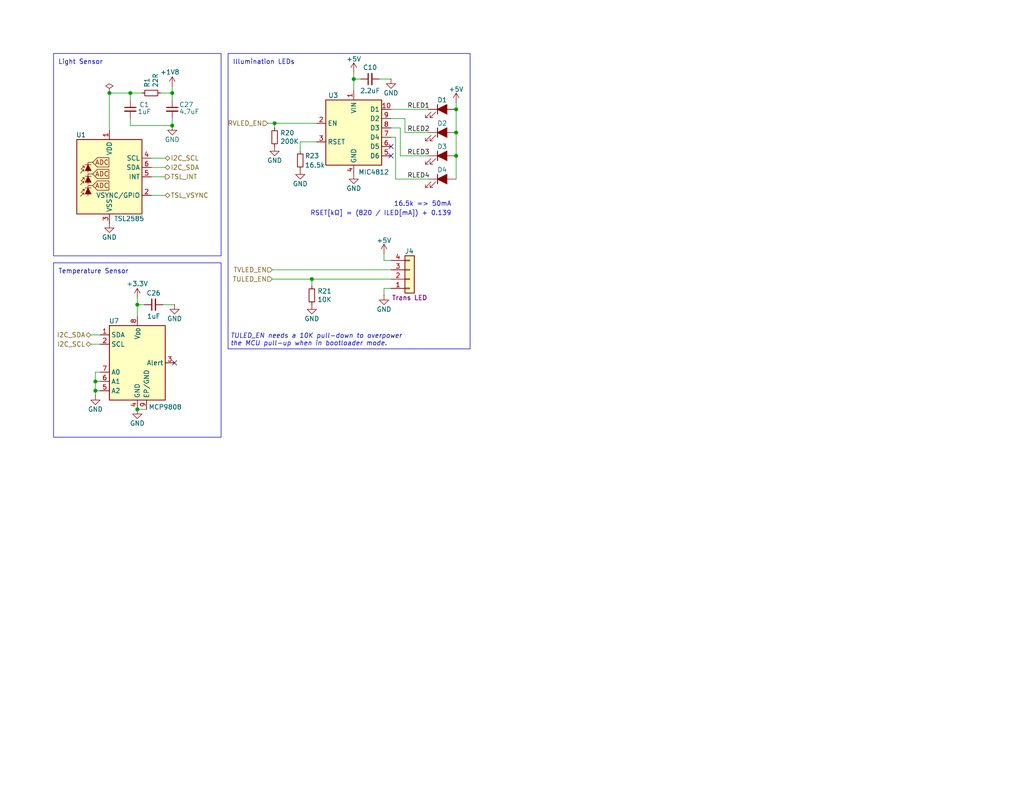
<source format=kicad_sch>
(kicad_sch (version 20231120) (generator "eeschema") (generator_version "8.0")
  (paper "USLetter")
  (title_block (title "Printalyzer UV/VIS Densitometer - Main Board") (date "2024-11-22") (rev "D") (company "Dektronics, Inc.") (comment 1 "Derek Konigsberg <dkonigsberg@dektronics.com>"))
  (lib_symbols
    (symbol "Connector_Generic:Conn_01x04" (pin_names (offset 1.016) hide)
      (property "Reference" "J" (at 0 5.08 0))
      (property "Value" "Conn_01x04" (at 0 -7.62 0))
      (symbol "Conn_01x04_1_1"
        (rectangle (start -1.27 -4.953) (end 0 -5.207) (stroke (width 0.1524)))
        (rectangle (start -1.27 -2.413) (end 0 -2.667) (stroke (width 0.1524)))
        (rectangle (start -1.27 0.127) (end 0 -0.127) (stroke (width 0.1524)))
        (rectangle (start -1.27 2.667) (end 0 2.413) (stroke (width 0.1524)))
        (rectangle (start -1.27 3.81) (end 1.27 -6.35) (stroke (width 0.254)) (fill (type background)))
        (pin passive line (at -5.08 2.54 0) (length 3.81) (name "Pin_1") (number "1"))
        (pin passive line (at -5.08 0 0) (length 3.81) (name "Pin_2") (number "2"))
        (pin passive line (at -5.08 -2.54 0) (length 3.81) (name "Pin_3") (number "3"))
        (pin passive line (at -5.08 -5.08 0) (length 3.81) (name "Pin_4") (number "4"))
      )
    )
    (symbol "Device:C_Small" (pin_numbers hide) (pin_names (offset 0.254) hide)
      (property "Reference" "C" (at 0.254 1.778 0))
      (property "Value" "C_Small" (at 0.254 -2.032 0))
      (symbol "C_Small_0_1"
        (polyline (pts (xy -1.524 -0.508) (xy 1.524 -0.508)) (stroke (width 0.3302)))
        (polyline (pts (xy -1.524 0.508) (xy 1.524 0.508)) (stroke (width 0.3048)))
      )
      (symbol "C_Small_1_1"
        (pin passive line (at 0 2.54 270) (length 2.032) (name "~") (number "1"))
        (pin passive line (at 0 -2.54 90) (length 2.032) (name "~") (number "2"))
      )
    )
    (symbol "Device:LED_Filled" (pin_numbers hide) (pin_names (offset 1.016) hide)
      (property "Reference" "D" (at 0 2.54 0))
      (property "Value" "LED_Filled" (at 0 -2.54 0))
      (symbol "LED_Filled_0_1"
        (polyline (pts (xy -1.27 -1.27) (xy -1.27 1.27)) (stroke (width 0.254)))
        (polyline (pts (xy -1.27 0) (xy 1.27 0)))
        (polyline (pts (xy 1.27 -1.27) (xy 1.27 1.27) (xy -1.27 0) (xy 1.27 -1.27)) (stroke (width 0.254)) (fill (type outline)))
        (polyline (pts (xy -3.048 -0.762) (xy -4.572 -2.286) (xy -3.81 -2.286) (xy -4.572 -2.286) (xy -4.572 -1.524)))
        (polyline (pts (xy -1.778 -0.762) (xy -3.302 -2.286) (xy -2.54 -2.286) (xy -3.302 -2.286) (xy -3.302 -1.524)))
      )
      (symbol "LED_Filled_1_1"
        (pin passive line (at -3.81 0 0) (length 2.54) (name "K") (number "1"))
        (pin passive line (at 3.81 0 180) (length 2.54) (name "A") (number "2"))
      )
    )
    (symbol "Device:R_Small" (pin_numbers hide) (pin_names (offset 0.254) hide)
      (property "Reference" "R" (at 0.762 0.508 0))
      (property "Value" "R_Small" (at 0.762 -1.016 0))
      (symbol "R_Small_0_1"
        (rectangle (start -0.762 1.778) (end 0.762 -1.778) (stroke (width 0.2032)))
      )
      (symbol "R_Small_1_1"
        (pin passive line (at 0 2.54 270) (length 0.762) (name "~") (number "1"))
        (pin passive line (at 0 -2.54 90) (length 0.762) (name "~") (number "2"))
      )
    )
    (symbol "Project:MIC4812"
      (property "Reference" "U" (at -6.35 10.16 0))
      (property "Value" "MIC4812" (at 5.08 10.16 0))
      (symbol "MIC4812_1_1"
        (rectangle (start -7.62 8.89) (end 7.62 -8.89) (stroke (width 0.254)) (fill (type background)))
        (pin power_in line (at 0 11.43 270) (length 2.54) (name "VIN") (number "1"))
        (pin open_collector line (at 10.16 6.35 180) (length 2.54) (name "D1") (number "10"))
        (pin passive line (at 0 -11.43 90) (length 2.54) hide (name "EP") (number "11"))
        (pin input line (at -10.16 2.54 0) (length 2.54) (name "EN") (number "2"))
        (pin passive line (at -10.16 -2.54 0) (length 2.54) (name "RSET") (number "3"))
        (pin power_in line (at 0 -11.43 90) (length 2.54) (name "GND") (number "4"))
        (pin open_collector line (at 10.16 -6.35 180) (length 2.54) (name "D6") (number "5"))
        (pin open_collector line (at 10.16 -3.81 180) (length 2.54) (name "D5") (number "6"))
        (pin open_collector line (at 10.16 -1.27 180) (length 2.54) (name "D4") (number "7"))
        (pin open_collector line (at 10.16 1.27 180) (length 2.54) (name "D3") (number "8"))
        (pin open_collector line (at 10.16 3.81 180) (length 2.54) (name "D2") (number "9"))
      )
    )
    (symbol "Project:TSL2585"
      (property "Reference" "U" (at -8.89 11.43 0))
      (property "Value" "TSL2585" (at 0.635 11.43 0))
      (symbol "TSL2585_0_0"
        (polyline (pts (xy -4.572 -2.413) (xy -3.302 -1.143) (xy -0.127 -1.143) (xy -0.127 -3.683) (xy -3.302 -3.683) (xy -4.572 -2.413)))
        (polyline (pts (xy -4.572 0.762) (xy -3.302 2.032) (xy -0.127 2.032) (xy -0.127 -0.508) (xy -3.302 -0.508) (xy -4.572 0.762)))
        (polyline (pts (xy -4.572 3.937) (xy -3.302 5.207) (xy -0.127 5.207) (xy -0.127 2.667) (xy -3.302 2.667) (xy -4.572 3.937)))
        (text "ADC" (at -2.032 -2.413 0) (effects (font (size 1.27 1.27))))
        (text "ADC" (at -2.032 0.762 0) (effects (font (size 1.27 1.27))))
        (text "ADC" (at -2.032 3.937 0) (effects (font (size 1.27 1.27))))
      )
      (symbol "TSL2585_0_1"
        (rectangle (start -8.89 10.16) (end 8.89 -10.16) (stroke (width 0.254)) (fill (type background)))
      )
      (symbol "TSL2585_1_0"
        (polyline (pts (xy -5.842 -5.207) (xy -5.842 -2.413) (xy -4.572 -2.413)))
        (polyline (pts (xy -5.842 -2.032) (xy -5.842 0.762) (xy -4.572 0.762)))
        (polyline (pts (xy -5.842 1.143) (xy -5.842 3.937) (xy -4.572 3.937)))
      )
      (symbol "TSL2585_1_1"
        (polyline (pts (xy -6.985 -4.445) (xy -7.874 -5.334)))
        (polyline (pts (xy -6.985 -4.445) (xy -7.493 -4.445)))
        (polyline (pts (xy -6.985 -4.445) (xy -6.985 -4.953)))
        (polyline (pts (xy -6.985 -1.27) (xy -7.874 -2.159)))
        (polyline (pts (xy -6.985 -1.27) (xy -7.493 -1.27)))
        (polyline (pts (xy -6.985 -1.27) (xy -6.985 -1.778)))
        (polyline (pts (xy -6.985 1.905) (xy -7.874 1.016)))
        (polyline (pts (xy -6.985 1.905) (xy -7.493 1.905)))
        (polyline (pts (xy -6.985 1.905) (xy -6.985 1.397)))
        (polyline (pts (xy -6.858 -3.429) (xy -7.747 -4.318)))
        (polyline (pts (xy -6.858 -3.429) (xy -7.366 -3.429)))
        (polyline (pts (xy -6.858 -3.429) (xy -6.858 -3.937)))
        (polyline (pts (xy -6.858 -0.254) (xy -7.747 -1.143)))
        (polyline (pts (xy -6.858 -0.254) (xy -7.366 -0.254)))
        (polyline (pts (xy -6.858 -0.254) (xy -6.858 -0.762)))
        (polyline (pts (xy -6.858 2.921) (xy -7.747 2.032)))
        (polyline (pts (xy -6.858 2.921) (xy -7.366 2.921)))
        (polyline (pts (xy -6.858 2.921) (xy -6.858 2.413)))
        (polyline (pts (xy -6.604 -3.048) (xy -4.953 -3.048)))
        (polyline (pts (xy -6.604 0.127) (xy -4.953 0.127)))
        (polyline (pts (xy -6.604 3.302) (xy -4.953 3.302)))
        (polyline (pts (xy -6.604 -4.699) (xy -4.953 -4.699) (xy -5.842 -3.048) (xy -6.604 -4.699)) (fill (type outline)))
        (polyline (pts (xy -6.604 -1.524) (xy -4.953 -1.524) (xy -5.842 0.127) (xy -6.604 -1.524)) (fill (type outline)))
        (polyline (pts (xy -6.604 1.651) (xy -4.953 1.651) (xy -5.842 3.302) (xy -6.604 1.651)) (fill (type outline)))
        (pin power_in line (at 0 12.7 270) (length 2.54) (name "VDD") (number "1"))
        (pin bidirectional line (at 11.43 -5.08 180) (length 2.54) (name "VSYNC/GPIO") (number "2"))
        (pin power_in line (at 0 -12.7 90) (length 2.54) (name "VSS") (number "3"))
        (pin input line (at 11.43 5.08 180) (length 2.54) (name "SCL") (number "4"))
        (pin open_collector line (at 11.43 0 180) (length 2.54) (name "INT") (number "5"))
        (pin bidirectional line (at 11.43 2.54 180) (length 2.54) (name "SDA") (number "6"))
      )
    )
    (symbol "Sensor_Temperature:MCP9808_DFN"
      (property "Reference" "U" (at -6.35 11.43 0))
      (property "Value" "MCP9808_DFN" (at 10.16 11.43 0))
      (symbol "MCP9808_DFN_0_1"
        (rectangle (start -7.62 10.16) (end 7.62 -10.16) (stroke (width 0.254)) (fill (type background)))
      )
      (symbol "MCP9808_DFN_1_1"
        (pin bidirectional line (at -10.16 7.62 0) (length 2.54) (name "SDA") (number "1"))
        (pin input line (at -10.16 5.08 0) (length 2.54) (name "SCL") (number "2"))
        (pin output line (at 10.16 0 180) (length 2.54) (name "Alert") (number "3"))
        (pin power_in line (at 0 -12.7 90) (length 2.54) (name "GND") (number "4"))
        (pin input line (at -10.16 -7.62 0) (length 2.54) (name "A2") (number "5"))
        (pin input line (at -10.16 -5.08 0) (length 2.54) (name "A1") (number "6"))
        (pin input line (at -10.16 -2.54 0) (length 2.54) (name "A0") (number "7"))
        (pin power_in line (at 0 12.7 270) (length 2.54) (name "V_{DD}") (number "8"))
        (pin power_in line (at 2.54 -12.7 90) (length 2.54) (name "EP/GND") (number "9"))
      )
    )
    (symbol "power:+1V8" (power) (pin_numbers hide) (pin_names (offset 0) hide)
      (property "Value" "+1V8" (at 0 3.556 0))
      (symbol "+1V8_0_1"
        (polyline (pts (xy -0.762 1.27) (xy 0 2.54)))
        (polyline (pts (xy 0 0) (xy 0 2.54)))
        (polyline (pts (xy 0 2.54) (xy 0.762 1.27)))
      )
      (symbol "+1V8_1_1"
        (pin power_in line (at 0 0 90) (length 0) (name "~") (number "1"))
      )
    )
    (symbol "power:+3.3V" (power) (pin_numbers hide) (pin_names (offset 0) hide)
      (property "Value" "+3.3V" (at 0 3.556 0))
      (symbol "+3.3V_0_1"
        (polyline (pts (xy -0.762 1.27) (xy 0 2.54)))
        (polyline (pts (xy 0 0) (xy 0 2.54)))
        (polyline (pts (xy 0 2.54) (xy 0.762 1.27)))
      )
      (symbol "+3.3V_1_1"
        (pin power_in line (at 0 0 90) (length 0) (name "~") (number "1"))
      )
    )
    (symbol "power:+5V" (power) (pin_numbers hide) (pin_names (offset 0) hide)
      (property "Value" "+5V" (at 0 3.556 0))
      (symbol "+5V_0_1"
        (polyline (pts (xy -0.762 1.27) (xy 0 2.54)))
        (polyline (pts (xy 0 0) (xy 0 2.54)))
        (polyline (pts (xy 0 2.54) (xy 0.762 1.27)))
      )
      (symbol "+5V_1_1"
        (pin power_in line (at 0 0 90) (length 0) (name "~") (number "1"))
      )
    )
    (symbol "power:GND" (power) (pin_numbers hide) (pin_names (offset 0) hide)
      (property "Value" "GND" (at 0 -3.81 0))
      (symbol "GND_0_1"
        (polyline (pts (xy 0 0) (xy 0 -1.27) (xy 1.27 -1.27) (xy 0 -2.54) (xy -1.27 -1.27) (xy 0 -1.27)))
      )
      (symbol "GND_1_1"
        (pin power_in line (at 0 0 270) (length 0) (name "~") (number "1"))
      )
    )
    (symbol "power:PWR_FLAG" (power) (pin_numbers hide) (pin_names (offset 0) hide)
      (property "Value" "PWR_FLAG" (at 0 3.81 0))
      (symbol "PWR_FLAG_0_0"
        (pin power_out line (at 0 0 90) (length 0) (name "~") (number "1"))
      )
      (symbol "PWR_FLAG_0_1"
        (polyline (pts (xy 0 0) (xy 0 1.27) (xy -1.016 1.905) (xy 0 2.54) (xy 1.016 1.905) (xy 0 1.27)))
      )
    )
  )
  (junction (at 96.52 21.59))
  (junction (at 29.845 25.4))
  (junction (at 124.46 36.195))
  (junction (at 74.93 33.655))
  (junction (at 37.465 111.76))
  (junction (at 37.465 83.185))
  (junction (at 85.09 76.2))
  (junction (at 26.035 104.14))
  (junction (at 124.46 29.845))
  (junction (at 46.99 25.4))
  (junction (at 26.035 106.68))
  (junction (at 35.56 25.4))
  (junction (at 46.99 34.29))
  (junction (at 124.46 42.545))
  (no_connect (at 106.68 40.005))
  (no_connect (at 106.68 42.545))
  (no_connect (at 47.625 99.06))
  (wire (pts (xy 35.56 25.4) (xy 29.845 25.4)))
  (wire (pts (xy 26.035 104.14) (xy 26.035 106.68)))
  (wire (pts (xy 44.45 83.185) (xy 47.625 83.185)))
  (wire (pts (xy 74.295 76.2) (xy 85.09 76.2)))
  (wire (pts (xy 37.465 111.76) (xy 40.005 111.76)))
  (wire (pts (xy 109.22 34.925) (xy 106.68 34.925)))
  (wire (pts (xy 46.99 32.385) (xy 46.99 34.29)))
  (wire (pts (xy 74.93 33.655) (xy 74.93 34.925)))
  (wire (pts (xy 81.915 38.735) (xy 81.915 41.275)))
  (wire (pts (xy 74.93 33.655) (xy 86.36 33.655)))
  (wire (pts (xy 124.46 42.545) (xy 124.46 36.195)))
  (wire (pts (xy 109.22 42.545) (xy 109.22 34.925)))
  (wire (pts (xy 106.68 78.74) (xy 104.775 78.74)))
  (wire (pts (xy 46.99 25.4) (xy 46.99 27.305)))
  (wire (pts (xy 85.09 76.2) (xy 106.68 76.2)))
  (wire (pts (xy 37.465 83.185) (xy 39.37 83.185)))
  (wire (pts (xy 24.765 93.98) (xy 27.305 93.98)))
  (wire (pts (xy 124.46 48.895) (xy 124.46 42.545)))
  (wire (pts (xy 116.84 42.545) (xy 109.22 42.545)))
  (wire (pts (xy 35.56 32.385) (xy 35.56 34.29)))
  (wire (pts (xy 24.765 91.44) (xy 27.305 91.44)))
  (wire (pts (xy 26.035 104.14) (xy 27.305 104.14)))
  (wire (pts (xy 103.505 21.59) (xy 106.68 21.59)))
  (wire (pts (xy 26.035 106.68) (xy 26.035 107.95)))
  (wire (pts (xy 85.09 76.2) (xy 85.09 78.105)))
  (wire (pts (xy 37.465 83.185) (xy 37.465 86.36)))
  (wire (pts (xy 106.68 71.12) (xy 104.775 71.12)))
  (wire (pts (xy 41.275 53.34) (xy 45.085 53.34)))
  (wire (pts (xy 35.56 34.29) (xy 46.99 34.29)))
  (wire (pts (xy 104.775 78.74) (xy 104.775 80.645)))
  (wire (pts (xy 46.99 23.495) (xy 46.99 25.4)))
  (wire (pts (xy 38.735 25.4) (xy 35.56 25.4)))
  (wire (pts (xy 116.84 36.195) (xy 110.49 36.195)))
  (wire (pts (xy 73.025 33.655) (xy 74.93 33.655)))
  (wire (pts (xy 104.775 69.215) (xy 104.775 71.12)))
  (wire (pts (xy 107.95 48.895) (xy 107.95 37.465)))
  (wire (pts (xy 26.035 101.6) (xy 26.035 104.14)))
  (wire (pts (xy 96.52 19.685) (xy 96.52 21.59)))
  (wire (pts (xy 26.035 106.68) (xy 27.305 106.68)))
  (wire (pts (xy 107.95 37.465) (xy 106.68 37.465)))
  (wire (pts (xy 41.275 48.26) (xy 45.085 48.26)))
  (wire (pts (xy 41.275 43.18) (xy 45.085 43.18)))
  (wire (pts (xy 124.46 36.195) (xy 124.46 29.845)))
  (wire (pts (xy 124.46 27.94) (xy 124.46 29.845)))
  (wire (pts (xy 110.49 36.195) (xy 110.49 32.385)))
  (wire (pts (xy 37.465 81.28) (xy 37.465 83.185)))
  (wire (pts (xy 27.305 101.6) (xy 26.035 101.6)))
  (wire (pts (xy 106.68 29.845) (xy 116.84 29.845)))
  (wire (pts (xy 35.56 25.4) (xy 35.56 27.305)))
  (wire (pts (xy 43.815 25.4) (xy 46.99 25.4)))
  (wire (pts (xy 29.845 25.4) (xy 29.845 35.56)))
  (wire (pts (xy 41.275 45.72) (xy 45.085 45.72)))
  (wire (pts (xy 116.84 48.895) (xy 107.95 48.895)))
  (wire (pts (xy 106.68 32.385) (xy 110.49 32.385)))
  (wire (pts (xy 74.295 73.66) (xy 106.68 73.66)))
  (wire (pts (xy 96.52 21.59) (xy 98.425 21.59)))
  (wire (pts (xy 86.36 38.735) (xy 81.915 38.735)))
  (wire (pts (xy 96.52 21.59) (xy 96.52 24.765)))
  (rectangle (start 14.605 71.755) (end 60.325 119.38))
  (rectangle (start 62.23 14.605) (end 128.27 95.25))
  (rectangle (start 14.605 14.605) (end 60.325 69.85))
  (text "Light Sensor" (at 15.875 17.78 0) (effects (font (size 1.27 1.27)) (justify left bottom)))
  (text "16.5k => 50mA" (at 123.19 56.515 0) (effects (font (size 1.27 1.27)) (justify right bottom)))
  (text "Illumination LEDs" (at 63.5 17.78 0) (effects (font (size 1.27 1.27)) (justify left bottom)))
  (text "Temperature Sensor" (at 15.875 74.93 0) (effects (font (size 1.27 1.27)) (justify left bottom)))
  (text "RSET[kΩ] = (820 / ILED[mA]) + 0.139" (at 123.19 59.055 0) (effects (font (size 1.27 1.27)) (justify right bottom)))
  (text "TULED_EN needs a 10K pull-down to overpower\nthe MCU pull-up when in bootloader mode." (at 62.865 94.615 0) (effects (font (size 1.27 1.27) (italic yes)) (justify left bottom)))
  (label "RLED4" (at 111.125 48.895 0))
  (label "RLED3" (at 111.125 42.545 0))
  (label "RLED1" (at 111.125 29.845 0))
  (label "RLED2" (at 111.125 36.195 0))
  (hierarchical_label "I2C_SDA" (shape bidirectional) (at 45.085 45.72 0))
  (hierarchical_label "I2C_SDA" (shape bidirectional) (at 24.765 91.44 180))
  (hierarchical_label "TULED_EN" (shape input) (at 74.295 76.2 180))
  (hierarchical_label "I2C_SCL" (shape bidirectional) (at 24.765 93.98 180))
  (hierarchical_label "TSL_INT" (shape output) (at 45.085 48.26 0))
  (hierarchical_label "RVLED_EN" (shape input) (at 73.025 33.655 180))
  (hierarchical_label "I2C_SCL" (shape bidirectional) (at 45.085 43.18 0))
  (hierarchical_label "TVLED_EN" (shape input) (at 74.295 73.66 180))
  (hierarchical_label "TSL_VSYNC" (shape bidirectional) (at 45.085 53.34 0))
  (symbol (lib_id "Device:R_Small") (at 74.93 37.465 0) (unit 1)
    (property "Reference" "R20" (at 76.4286 36.2966 0) (effects (justify left)))
    (property "Value" "200K" (at 76.4286 38.608 0) (effects (justify left)))
    (property "Footprint" "Resistor_SMD:R_0603_1608Metric" (effects (hide yes)))
    (property "Datasheet" "https://www.te.com/commerce/DocumentDelivery/DDEController?Action=srchrtrv&DocNm=1773200&DocType=DS&DocLang=English" (effects (hide yes)))
    (property "Description" "RES SMD 200K OHM 1% 1/16W 0603" (effects (hide yes)))
    (property "Manufacturer" "TE Connectivity" (effects (hide yes)))
    (property "Manufacturer PN" "CPF0603F200KC1" (effects (hide yes)))
    (property "Supplier" "Digi-Key" (effects (hide yes)))
    (property "Supplier PN" "A102235CT-ND" (effects (hide yes)))
  )
  (symbol (lib_id "power:GND") (at 47.625 83.185 0) (unit 1)
    (property "Reference" "#PWR037" (effects (hide yes)))
    (property "Value" "GND" (at 47.625 86.995 0))
    (property "Description" "Power symbol creates a global label with name \"GND\" , ground" (effects (hide yes)))
  )
  (symbol (lib_id "Device:R_Small") (at 85.09 80.645 0) (unit 1)
    (property "Reference" "R21" (at 86.5886 79.4766 0) (effects (justify left)))
    (property "Value" "10K" (at 86.5886 81.788 0) (effects (justify left)))
    (property "Footprint" "Resistor_SMD:R_0603_1608Metric" (effects (hide yes)))
    (property "Datasheet" "https://datasheet.lcsc.com/lcsc/1811081617_YAGEO-RC0603JR-0710KL_C99198.pdf" (effects (hide yes)))
    (property "Description" "RES SMD 10K OHM 5% 1/10W 0603" (effects (hide yes)))
    (property "Manufacturer" "Yaego" (effects (hide yes)))
    (property "Manufacturer PN" "RC0603JR-0710KL" (effects (hide yes)))
    (property "Supplier" "LCSC" (effects (hide yes)))
    (property "Supplier PN" "C99198" (effects (hide yes)))
  )
  (symbol (lib_id "power:GND") (at 106.68 21.59 0) (unit 1)
    (property "Reference" "#PWR017" (effects (hide yes)))
    (property "Value" "GND" (at 106.68 25.4 0))
    (property "Description" "Power symbol creates a global label with name \"GND\" , ground" (effects (hide yes)))
  )
  (symbol (lib_id "power:GND") (at 46.99 34.29 0) (unit 1)
    (property "Reference" "#PWR025" (effects (hide yes)))
    (property "Value" "GND" (at 46.99 38.1 0))
    (property "Description" "Power symbol creates a global label with name \"GND\" , ground" (effects (hide yes)))
  )
  (symbol (lib_id "power:+5V") (at 104.775 69.215 0) (unit 1)
    (property "Reference" "#PWR031" (effects (hide yes)))
    (property "Value" "+5V" (at 104.775 65.659 0))
    (property "Description" "Power symbol creates a global label with name \"+5V\"" (effects (hide yes)))
  )
  (symbol (lib_id "Device:C_Small") (at 46.99 29.845 0) (unit 1)
    (property "Reference" "C27" (at 48.895 28.575 0) (effects (justify left)))
    (property "Value" "4.7uF" (at 48.895 30.48 0) (effects (justify left)))
    (property "Footprint" "Capacitor_SMD:C_0402_1005Metric" (effects (hide yes)))
    (property "Datasheet" "https://media.digikey.com/pdf/Data%20Sheets/Samsung%20PDFs/CL05A475KQ5NRNC_Spec.pdf" (effects (hide yes)))
    (property "Description" "CAP CER 4.7UF 6.3V X5R 0402" (effects (hide yes)))
    (property "Manufacturer" "Samsung Electro-Mechanics" (effects (hide yes)))
    (property "Manufacturer PN" "CL05A475KQ5NRNC" (effects (hide yes)))
    (property "Supplier" "Digi-Key" (effects (hide yes)))
    (property "Supplier PN" "1276-1481-1-ND" (effects (hide yes)))
  )
  (symbol (lib_id "power:GND") (at 37.465 111.76 0) (unit 1)
    (property "Reference" "#PWR040" (effects (hide yes)))
    (property "Value" "GND" (at 37.465 115.57 0))
    (property "Description" "Power symbol creates a global label with name \"GND\" , ground" (effects (hide yes)))
  )
  (symbol (lib_id "Device:LED_Filled") (at 120.65 42.545 0) (unit 1)
    (property "Reference" "D3" (at 120.65 40.005 0))
    (property "Value" "LED" (effects (hide yes)))
    (property "Footprint" "lib_fp:SunLike_LED_S1S0" (effects (hide yes)))
    (property "Datasheet" "http://www.seoulsemicon.com/en/product/document/4727" (effects (hide yes)))
    (property "Description" "SUNLIKE STWSC2PB-E0, 3000K" (effects (hide yes)))
    (property "Manufacturer" "Seoul Semiconductor Inc." (effects (hide yes)))
    (property "Manufacturer PN" "S1S0-3030309503-0000003S-0P001" (effects (hide yes)))
    (property "Supplier" "Digi-Key" (effects (hide yes)))
    (property "Supplier PN" "897-S1S0-3030309503-0000003S-0P001CT-ND" (effects (hide yes)))
  )
  (symbol (lib_id "Device:LED_Filled") (at 120.65 48.895 0) (unit 1)
    (property "Reference" "D4" (at 120.65 46.355 0))
    (property "Value" "LED" (effects (hide yes)))
    (property "Footprint" "lib_fp:SunLike_LED_S1S0" (effects (hide yes)))
    (property "Datasheet" "http://www.seoulsemicon.com/en/product/document/4727" (effects (hide yes)))
    (property "Description" "SUNLIKE STWSC2PB-E0, 3000K" (effects (hide yes)))
    (property "Manufacturer" "Seoul Semiconductor Inc." (effects (hide yes)))
    (property "Manufacturer PN" "S1S0-3030309503-0000003S-0P001" (effects (hide yes)))
    (property "Supplier" "Digi-Key" (effects (hide yes)))
    (property "Supplier PN" "897-S1S0-3030309503-0000003S-0P001CT-ND" (effects (hide yes)))
  )
  (symbol (lib_id "power:GND") (at 104.775 80.645 0) (unit 1)
    (property "Reference" "#PWR035" (effects (hide yes)))
    (property "Value" "GND" (at 104.775 84.455 0))
    (property "Description" "Power symbol creates a global label with name \"GND\" , ground" (effects (hide yes)))
  )
  (symbol (lib_id "Project:TSL2585") (at 29.845 48.26 0) (unit 1)
    (property "Reference" "U1" (at 23.495 36.83 0) (effects (justify right)))
    (property "Value" "TSL2585" (at 39.37 59.69 0) (effects (justify right)))
    (property "Footprint" "lib_fp:AMS_TSL2585_OLGA-6_2x1mm_P0.65mm" (effects (hide yes)))
    (property "Datasheet" "https://ams.com/documents/20143/6148289/TSL2585_DS001043_4-00.pdf" (effects (hide yes)))
    (property "Description" "AMBIENT LIGHT SENSOR" (effects (hide yes)))
    (property "Manufacturer" "ams OSRAM" (effects (hide yes)))
    (property "Manufacturer PN" "TSL25853PM" (effects (hide yes)))
    (property "Supplier" "Digi-Key" (effects (hide yes)))
    (property "Supplier PN" "4991-TSL25853PMCT-ND" (effects (hide yes)))
  )
  (symbol (lib_id "Connector_Generic:Conn_01x04") (at 111.76 76.2 0) (mirror x) (unit 1)
    (property "Reference" "J4" (at 110.49 68.58 0) (effects (justify left)))
    (property "Value" "Conn_01x04" (effects (hide yes)))
    (property "Footprint" "Connector_JST:JST_SH_BM04B-SRSS-TB_1x04-1MP_P1.00mm_Vertical" (effects (hide yes)))
    (property "Datasheet" "http://www.jst-mfg.com/product/pdf/eng/ePH.pdf" (effects (hide yes)))
    (property "Description" "CONN HEADER SMD 2POS 1MM" (effects (hide yes)))
    (property "Manufacturer" "JST Sales America Inc." (effects (hide yes)))
    (property "Manufacturer PN" "BM04B-SRSS-TB(LF)(SN)" (effects (hide yes)))
    (property "Supplier" "Digi-Key" (effects (hide yes)))
    (property "Supplier PN" "455-BM04B-SRSS-TBCT-ND" (effects (hide yes)))
    (property "User Label" "Trans LED" (at 111.76 81.28 0))
  )
  (symbol (lib_id "power:GND") (at 26.035 107.95 0) (unit 1)
    (property "Reference" "#PWR039" (effects (hide yes)))
    (property "Value" "GND" (at 26.035 111.76 0))
    (property "Description" "Power symbol creates a global label with name \"GND\" , ground" (effects (hide yes)))
  )
  (symbol (lib_id "power:GND") (at 85.09 83.185 0) (unit 1)
    (property "Reference" "#PWR038" (effects (hide yes)))
    (property "Value" "GND" (at 85.09 86.995 0))
    (property "Description" "Power symbol creates a global label with name \"GND\" , ground" (effects (hide yes)))
  )
  (symbol (lib_id "Device:C_Small") (at 35.56 29.845 0) (unit 1)
    (property "Reference" "C1" (at 39.37 28.575 0))
    (property "Value" "1uF" (at 39.37 30.48 0))
    (property "Footprint" "Capacitor_SMD:C_0402_1005Metric" (effects (hide yes)))
    (property "Datasheet" "https://media.digikey.com/pdf/Data%20Sheets/Samsung%20PDFs/CL05A105KQ5NNNC_Spec.pdf" (effects (hide yes)))
    (property "Description" "CAP CER 1UF 6.3V X5R 0402" (effects (hide yes)))
    (property "Manufacturer" "Samsung Electro-Mechanics" (effects (hide yes)))
    (property "Manufacturer PN" "CL05A105KQ5NNNC" (effects (hide yes)))
    (property "Supplier" "LCSC" (effects (hide yes)))
    (property "Supplier PN" "C107372" (effects (hide yes)))
  )
  (symbol (lib_id "power:+5V") (at 124.46 27.94 0) (unit 1)
    (property "Reference" "#PWR024" (effects (hide yes)))
    (property "Value" "+5V" (at 124.46 24.384 0))
    (property "Description" "Power symbol creates a global label with name \"+5V\"" (effects (hide yes)))
  )
  (symbol (lib_id "power:GND") (at 96.52 47.625 0) (unit 1)
    (property "Reference" "#PWR029" (effects (hide yes)))
    (property "Value" "GND" (at 96.52 51.435 0))
    (property "Description" "Power symbol creates a global label with name \"GND\" , ground" (effects (hide yes)))
  )
  (symbol (lib_id "power:GND") (at 74.93 40.005 0) (unit 1)
    (property "Reference" "#PWR027" (effects (hide yes)))
    (property "Value" "GND" (at 74.93 43.815 0))
    (property "Description" "Power symbol creates a global label with name \"GND\" , ground" (effects (hide yes)))
  )
  (symbol (lib_id "power:+1V8") (at 46.99 23.495 0) (unit 1)
    (property "Reference" "#PWR020" (effects (hide yes)))
    (property "Value" "+1V8" (at 46.355 19.685 0))
    (property "Description" "Power symbol creates a global label with name \"+1V8\"" (effects (hide yes)))
  )
  (symbol (lib_id "power:GND") (at 81.915 46.355 0) (unit 1)
    (property "Reference" "#PWR028" (effects (hide yes)))
    (property "Value" "GND" (at 81.915 50.165 0))
    (property "Description" "Power symbol creates a global label with name \"GND\" , ground" (effects (hide yes)))
  )
  (symbol (lib_id "Device:R_Small") (at 81.915 43.815 0) (unit 1)
    (property "Reference" "R23" (at 83.185 42.545 0) (effects (justify left)))
    (property "Value" "16.5k" (at 83.185 45.085 0) (effects (justify left)))
    (property "Footprint" "Resistor_SMD:R_0603_1608Metric" (effects (hide yes)))
    (property "Datasheet" "https://www.te.com/commerce/DocumentDelivery/DDEController?Action=srchrtrv&DocNm=1773200&DocType=DS&DocLang=English" (effects (hide yes)))
    (property "Description" "RES SMD 16.5K OHM 1% 1/16W 0603" (effects (hide yes)))
    (property "Manufacturer" "TE Connectivity Passive Product" (effects (hide yes)))
    (property "Manufacturer PN" "CPF0603F16K5C1" (effects (hide yes)))
    (property "Supplier" "Digi-Key" (effects (hide yes)))
    (property "Supplier PN" "A102224CT-ND" (effects (hide yes)))
  )
  (symbol (lib_id "Device:C_Small") (at 100.965 21.59 90) (unit 1)
    (property "Reference" "C10" (at 100.965 18.415 90))
    (property "Value" "2.2uF" (at 100.965 24.765 90))
    (property "Footprint" "Capacitor_SMD:C_0603_1608Metric" (effects (hide yes)))
    (property "Datasheet" "https://media.digikey.com/pdf/Data%20Sheets/Samsung%20PDFs/CL10B225KP8NNNC_Spec.pdf" (effects (hide yes)))
    (property "Description" "CAP CER 2.2UF 10V X7R 0603" (effects (hide yes)))
    (property "Manufacturer" "Samsung Electro-Mechanics" (effects (hide yes)))
    (property "Manufacturer PN" "CL10B225KP8NNNC" (effects (hide yes)))
    (property "Supplier" "LCSC" (effects (hide yes)))
    (property "Supplier PN" "C100082" (effects (hide yes)))
  )
  (symbol (lib_id "power:PWR_FLAG") (at 29.845 25.4 0) (unit 1)
    (property "Reference" "#FLG01" (effects (hide yes)))
    (property "Value" "PWR_FLAG" (effects (hide yes)))
    (property "Description" "Special symbol for telling ERC where power comes from" (effects (hide yes)))
  )
  (symbol (lib_id "Project:MIC4812") (at 96.52 36.195 0) (unit 1)
    (property "Reference" "U3" (at 89.535 26.035 0) (effects (justify left)))
    (property "Value" "MIC4812" (at 97.79 46.99 0) (effects (justify left)))
    (property "Footprint" "lib_fp:Micrel_MSOP-10-1EP_3x3mm_P0.5mm_EP1.73x1.7mm_ThermalVias" (effects (hide yes)))
    (property "Datasheet" "https://ww1.microchip.com/downloads/en/DeviceDoc/mic4812.pdf" (effects (hide yes)))
    (property "Description" "IC LED DRVR LIN PWM 100MA 10MSOP" (effects (hide yes)))
    (property "Manufacturer" "Microchip Technology" (effects (hide yes)))
    (property "Manufacturer PN" "MIC4812YMME" (effects (hide yes)))
    (property "Supplier" "Mouser" (effects (hide yes)))
    (property "Supplier PN" "998-MIC4812YMME" (effects (hide yes)))
  )
  (symbol (lib_id "power:GND") (at 29.845 60.96 0) (unit 1)
    (property "Reference" "#PWR030" (effects (hide yes)))
    (property "Value" "GND" (at 29.845 64.77 0))
    (property "Description" "Power symbol creates a global label with name \"GND\" , ground" (effects (hide yes)))
  )
  (symbol (lib_id "Device:LED_Filled") (at 120.65 29.845 0) (unit 1)
    (property "Reference" "D1" (at 120.65 27.305 0))
    (property "Value" "LED" (effects (hide yes)))
    (property "Footprint" "lib_fp:SunLike_LED_S1S0" (effects (hide yes)))
    (property "Datasheet" "http://www.seoulsemicon.com/en/product/document/4727" (effects (hide yes)))
    (property "Description" "SUNLIKE STWSC2PB-E0, 3000K" (effects (hide yes)))
    (property "Manufacturer" "Seoul Semiconductor Inc." (effects (hide yes)))
    (property "Manufacturer PN" "S1S0-3030309503-0000003S-0P001" (effects (hide yes)))
    (property "Supplier" "Digi-Key" (effects (hide yes)))
    (property "Supplier PN" "897-S1S0-3030309503-0000003S-0P001CT-ND" (effects (hide yes)))
  )
  (symbol (lib_id "Device:LED_Filled") (at 120.65 36.195 0) (unit 1)
    (property "Reference" "D2" (at 120.65 33.655 0))
    (property "Value" "LED" (effects (hide yes)))
    (property "Footprint" "lib_fp:SunLike_LED_S1S0" (effects (hide yes)))
    (property "Datasheet" "http://www.seoulsemicon.com/en/product/document/4727" (effects (hide yes)))
    (property "Description" "SUNLIKE STWSC2PB-E0, 3000K" (effects (hide yes)))
    (property "Manufacturer" "Seoul Semiconductor Inc." (effects (hide yes)))
    (property "Manufacturer PN" "S1S0-3030309503-0000003S-0P001" (effects (hide yes)))
    (property "Supplier" "Digi-Key" (effects (hide yes)))
    (property "Supplier PN" "897-S1S0-3030309503-0000003S-0P001CT-ND" (effects (hide yes)))
  )
  (symbol (lib_id "power:+3.3V") (at 37.465 81.28 0) (unit 1)
    (property "Reference" "#PWR036" (effects (hide yes)))
    (property "Value" "+3.3V" (at 37.465 77.47 0))
    (property "Description" "Power symbol creates a global label with name \"+3.3V\"" (effects (hide yes)))
  )
  (symbol (lib_id "Device:C_Small") (at 41.91 83.185 90) (unit 1)
    (property "Reference" "C26" (at 41.91 80.01 90))
    (property "Value" "1uF" (at 41.91 86.36 90))
    (property "Footprint" "Capacitor_SMD:C_0402_1005Metric" (effects (hide yes)))
    (property "Datasheet" "https://media.digikey.com/pdf/Data%20Sheets/Samsung%20PDFs/CL05A105KQ5NNNC_Spec.pdf" (effects (hide yes)))
    (property "Description" "CAP CER 1UF 6.3V X5R 0402" (effects (hide yes)))
    (property "Manufacturer" "Samsung Electro-Mechanics" (effects (hide yes)))
    (property "Manufacturer PN" "CL05A105KQ5NNNC" (effects (hide yes)))
    (property "Supplier" "LCSC" (effects (hide yes)))
    (property "Supplier PN" "C107372" (effects (hide yes)))
  )
  (symbol (lib_id "power:+5V") (at 96.52 19.685 0) (unit 1)
    (property "Reference" "#PWR013" (effects (hide yes)))
    (property "Value" "+5V" (at 96.52 16.129 0))
    (property "Description" "Power symbol creates a global label with name \"+5V\"" (effects (hide yes)))
  )
  (symbol (lib_id "Sensor_Temperature:MCP9808_DFN") (at 37.465 99.06 0) (unit 1)
    (property "Reference" "U7" (at 31.115 87.63 0))
    (property "Value" "MCP9808" (at 45.085 111.125 0))
    (property "Footprint" "Package_DFN_QFN:DFN-8-1EP_3x2mm_P0.5mm_EP1.7x1.4mm" (effects (hide yes)))
    (property "Datasheet" "http://ww1.microchip.com/downloads/en/DeviceDoc/MCP9808-0.5C-Maximum-Accuracy-Digital-Temperature-Sensor-Data-Sheet-DS20005095B.pdf" (effects (hide yes)))
    (property "Description" "SENSOR DIGITAL -40C-125C 8DFN" (effects (hide yes)))
    (property "Manufacturer" "Microchip Technology" (effects (hide yes)))
    (property "Manufacturer PN" "MCP9808T-E/MC" (effects (hide yes)))
    (property "Supplier" "Digi-Key" (effects (hide yes)))
    (property "Supplier PN" "MCP9808T-E/MCCT-ND" (effects (hide yes)))
  )
  (symbol (lib_id "Device:R_Small") (at 41.275 25.4 90) (unit 1)
    (property "Reference" "R1" (at 40.1066 23.9014 0) (effects (justify left)))
    (property "Value" "22R" (at 42.418 23.9014 0) (effects (justify left)))
    (property "Footprint" "Resistor_SMD:R_0402_1005Metric" (effects (hide yes)))
    (property "Datasheet" "https://datasheet.lcsc.com/lcsc/1810231323_YAGEO-AC0402JR-0722RL_C144722.pdf" (effects (hide yes)))
    (property "Description" "RES SMD 22 OHM 5% 1/16W 0402" (effects (hide yes)))
    (property "Manufacturer" "Yaego" (effects (hide yes)))
    (property "Manufacturer PN" "AC0402JR-0722RL" (effects (hide yes)))
    (property "Supplier" "LCSC" (effects (hide yes)))
    (property "Supplier PN" "C144722" (effects (hide yes)))
  )
)
</source>
